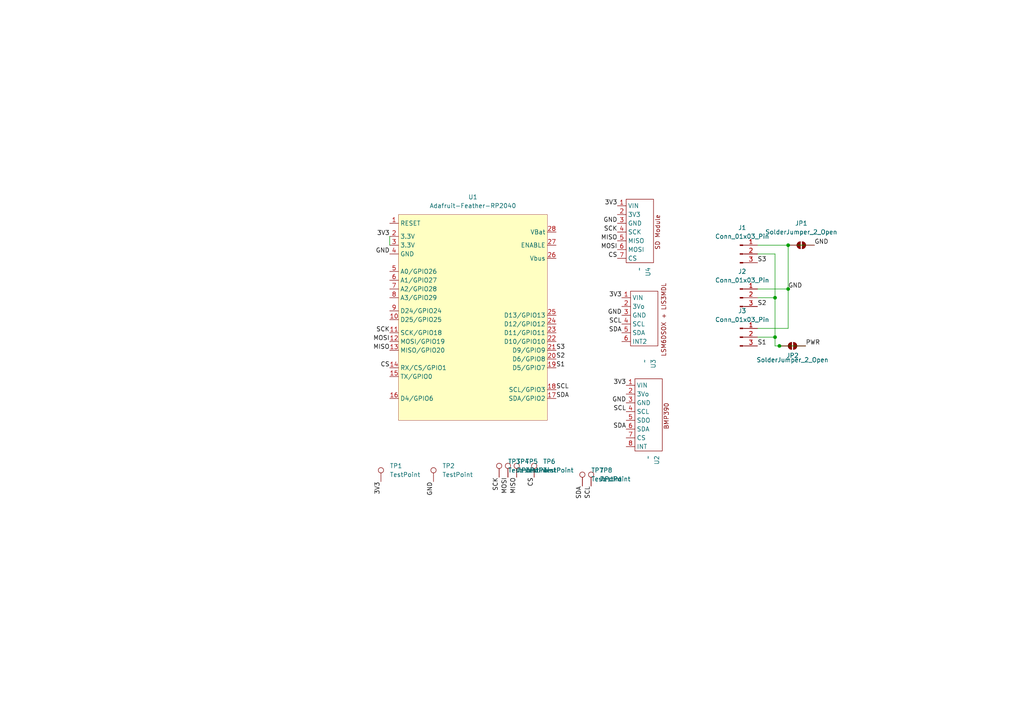
<source format=kicad_sch>
(kicad_sch (version 20250114) (generator "eeschema") (generator_version "9.0")
  (paper "A4")
  (lib_symbols
    (symbol "Adafruit-Feather-RP2040:Adafruit-Feather-RP2040"
      (property "Reference" "U" (at -0.127 33.528 0))
      (property "Value" "Adafruit-Feather-RP2040" (at 0 31.75 0))
      (symbol "Adafruit-Feather-RP2040_0_1"
        (rectangle (start -21.59 30.48) (end 21.59 -29.21) (stroke (width 0.001)) (fill (type background)))
      )
      (symbol "Adafruit-Feather-RP2040_1_1"
        (pin input line (at -24.13 27.94 0) (length 2.54) (name "RESET") (number "1"))
        (pin power_out line (at -24.13 24.13 0) (length 2.54) (name "3.3V") (number "2"))
        (pin power_out line (at -24.13 21.59 0) (length 2.54) (name "3.3V") (number "3"))
        (pin power_out line (at -24.13 19.05 0) (length 2.54) (name "GND") (number "4"))
        (pin bidirectional line (at -24.13 13.97 0) (length 2.54) (name "A0/GPIO26") (number "5"))
        (pin bidirectional line (at -24.13 11.43 0) (length 2.54) (name "A1/GPIO27") (number "6"))
        (pin bidirectional line (at -24.13 8.89 0) (length 2.54) (name "A2/GPIO28") (number "7"))
        (pin bidirectional line (at -24.13 6.35 0) (length 2.54) (name "A3/GPIO29") (number "8"))
        (pin bidirectional line (at -24.13 2.54 0) (length 2.54) (name "D24/GPIO24") (number "9"))
        (pin bidirectional line (at -24.13 0 0) (length 2.54) (name "D25/GPIO25") (number "10"))
        (pin bidirectional line (at -24.13 -3.81 0) (length 2.54) (name "SCK/GPIO18") (number "11"))
        (pin bidirectional line (at -24.13 -6.35 0) (length 2.54) (name "MOSI/GPIO19") (number "12"))
        (pin bidirectional line (at -24.13 -8.89 0) (length 2.54) (name "MISO/GPIO20") (number "13"))
        (pin bidirectional line (at -24.13 -13.97 0) (length 2.54) (name "RX/CS/GPIO1") (number "14"))
        (pin bidirectional line (at -24.13 -16.51 0) (length 2.54) (name "TX/GPIO0") (number "15"))
        (pin bidirectional line (at -24.13 -22.86 0) (length 2.54) (name "D4/GPIO6") (number "16"))
        (pin input line (at 24.13 25.4 180) (length 2.54) (name "VBat") (number "28"))
        (pin input line (at 24.13 21.59 180) (length 2.54) (name "ENABLE") (number "27"))
        (pin power_out line (at 24.13 17.78 180) (length 2.54) (name "Vbus") (number "26"))
        (pin bidirectional line (at 24.13 1.27 180) (length 2.54) (name "D13/GPIO13") (number "25"))
        (pin bidirectional line (at 24.13 -1.27 180) (length 2.54) (name "D12/GPIO12") (number "24"))
        (pin bidirectional line (at 24.13 -3.81 180) (length 2.54) (name "D11/GPIO11") (number "23"))
        (pin bidirectional line (at 24.13 -6.35 180) (length 2.54) (name "D10/GPIO10") (number "22"))
        (pin bidirectional line (at 24.13 -8.89 180) (length 2.54) (name "D9/GPIO9") (number "21"))
        (pin bidirectional line (at 24.13 -11.43 180) (length 2.54) (name "D6/GPIO8") (number "20"))
        (pin bidirectional line (at 24.13 -13.97 180) (length 2.54) (name "D5/GPIO7") (number "19"))
        (pin bidirectional line (at 24.13 -20.32 180) (length 2.54) (name "SCL/GPIO3") (number "18"))
        (pin bidirectional line (at 24.13 -22.86 180) (length 2.54) (name "SDA/GPIO2") (number "17"))
      )
    )
    (symbol "Baichuan:BMP390"
      (property "Reference" "U" (at 0 7.62 0))
      (symbol "BMP390_0_1"
        (rectangle (start -10.795 4.1275) (end 10.16 -3.8099))
      )
      (symbol "BMP390_1_1"
        (text "BMP390\n" (at 0 5.334 0) (effects (font (size 1.27 1.27))))
        (pin input line (at -8.89 -6.35 90) (length 2.54) (name "VIN") (number "1"))
        (pin input line (at -6.35 -6.35 90) (length 2.54) (name "3Vo") (number "2"))
        (pin input line (at -3.81 -6.35 90) (length 2.54) (name "GND") (number "3"))
        (pin input line (at -1.27 -6.35 90) (length 2.54) (name "SCL") (number "4"))
        (pin input line (at 1.27 -6.35 90) (length 2.54) (name "SDO") (number "5"))
        (pin input line (at 3.81 -6.35 90) (length 2.54) (name "SDA") (number "6"))
        (pin input line (at 6.35 -6.35 90) (length 2.54) (name "CS") (number "7"))
        (pin input line (at 8.89 -6.35 90) (length 2.54) (name "INT") (number "8"))
      )
    )
    (symbol "Baichuan:LSM6DSOX_+_LIS3MDL"
      (property "Reference" "U" (at 0 7.62 0))
      (symbol "LSM6DSOX_+_LIS3MDL_0_1"
        (rectangle (start -8.255 4.1275) (end 7.62 -3.8099))
      )
      (symbol "LSM6DSOX_+_LIS3MDL_1_1"
        (text "LSM6DSOX + LIS3MDL" (at 0 5.842 0) (effects (font (size 1.27 1.27))))
        (pin input line (at -6.35 -6.35 90) (length 2.54) (name "VIN") (number "1"))
        (pin input line (at -3.81 -6.35 90) (length 2.54) (name "3Vo") (number "2"))
        (pin input line (at -1.27 -6.35 90) (length 2.54) (name "GND") (number "3"))
        (pin input line (at 1.27 -6.35 90) (length 2.54) (name "SCL") (number "4"))
        (pin input line (at 3.81 -6.35 90) (length 2.54) (name "SDA") (number "5"))
        (pin input line (at 6.35 -6.35 90) (length 2.54) (name "INT2") (number "6"))
      )
    )
    (symbol "Baichuan:SD_Module"
      (property "Reference" "U" (at 0 7.62 0))
      (symbol "SD_Module_0_1"
        (rectangle (start -9.525 4.1275) (end 8.89 -3.8099))
      )
      (symbol "SD_Module_1_1"
        (text "SD Module\n" (at 0 5.334 0) (effects (font (size 1.27 1.27))))
        (pin input line (at -7.62 -6.35 90) (length 2.54) (name "VIN") (number "1"))
        (pin input line (at -5.08 -6.35 90) (length 2.54) (name "3V3") (number "2"))
        (pin input line (at -2.54 -6.35 90) (length 2.54) (name "GND") (number "3"))
        (pin input line (at 0 -6.35 90) (length 2.54) (name "SCK") (number "4"))
        (pin input line (at 2.54 -6.35 90) (length 2.54) (name "MISO") (number "5"))
        (pin input line (at 5.08 -6.35 90) (length 2.54) (name "MOSI") (number "6"))
        (pin input line (at 7.62 -6.35 90) (length 2.54) (name "CS") (number "7"))
      )
    )
    (symbol "Connector:Conn_01x03_Pin" (pin_names (offset 1.016) (hide yes))
      (property "Reference" "J" (at 0 5.08 0))
      (property "Value" "Conn_01x03_Pin" (at 0 -5.08 0))
      (symbol "Conn_01x03_Pin_1_1"
        (rectangle (start 0.8636 2.667) (end 0 2.413) (stroke (width 0.1524)) (fill (type outline)))
        (rectangle (start 0.8636 0.127) (end 0 -0.127) (stroke (width 0.1524)) (fill (type outline)))
        (rectangle (start 0.8636 -2.413) (end 0 -2.667) (stroke (width 0.1524)) (fill (type outline)))
        (polyline (pts (xy 1.27 2.54) (xy 0.8636 2.54)) (stroke (width 0.1524)))
        (polyline (pts (xy 1.27 0) (xy 0.8636 0)) (stroke (width 0.1524)))
        (polyline (pts (xy 1.27 -2.54) (xy 0.8636 -2.54)) (stroke (width 0.1524)))
        (pin passive line (at 5.08 2.54 180) (length 3.81) (name "Pin_1") (number "1"))
        (pin passive line (at 5.08 0 180) (length 3.81) (name "Pin_2") (number "2"))
        (pin passive line (at 5.08 -2.54 180) (length 3.81) (name "Pin_3") (number "3"))
      )
    )
    (symbol "Connector:TestPoint" (pin_numbers (hide yes)) (pin_names (offset 0.762) (hide yes))
      (property "Reference" "TP" (at 0 6.858 0))
      (property "Value" "TestPoint" (at 0 5.08 0))
      (symbol "TestPoint_0_1"
        (circle (center 0 3.302) (radius 0.762))
      )
      (symbol "TestPoint_1_1"
        (pin passive line (at 0 0 90) (length 2.54) (name "1") (number "1"))
      )
    )
    (symbol "Jumper:SolderJumper_2_Open" (pin_numbers (hide yes)) (pin_names (offset 0) (hide yes)) (in_bom no)
      (property "Reference" "JP" (at 0 2.032 0))
      (property "Value" "SolderJumper_2_Open" (at 0 -2.54 0))
      (symbol "SolderJumper_2_Open_0_1"
        (polyline (pts (xy -0.254 1.016) (xy -0.254 -1.016)))
        (arc (start -0.254 -1.016) (mid -1.2656 0) (end -0.254 1.016))
        (arc (start -0.254 -1.016) (mid -1.2656 0) (end -0.254 1.016) (fill (type outline)))
        (arc (start 0.254 1.016) (mid 1.2656 0) (end 0.254 -1.016))
        (arc (start 0.254 1.016) (mid 1.2656 0) (end 0.254 -1.016) (fill (type outline)))
        (polyline (pts (xy 0.254 1.016) (xy 0.254 -1.016)))
      )
      (symbol "SolderJumper_2_Open_1_1"
        (pin passive line (at -3.81 0 0) (length 2.54) (name "A") (number "1"))
        (pin passive line (at 3.81 0 180) (length 2.54) (name "B") (number "2"))
      )
    )
  )
  (junction (at 226.06 100.33))
  (junction (at 224.79 86.36))
  (junction (at 228.6 71.12))
  (junction (at 224.79 97.79))
  (junction (at 228.6 83.82))
  (wire (pts (xy 228.6 71.12) (xy 228.6 83.82)))
  (wire (pts (xy 219.71 97.79) (xy 224.79 97.79)))
  (wire (pts (xy 224.79 86.36) (xy 224.79 97.79)))
  (wire (pts (xy 228.6 71.12) (xy 236.22 71.12)))
  (wire (pts (xy 219.71 71.12) (xy 228.6 71.12)))
  (wire (pts (xy 219.71 73.66) (xy 224.79 73.66)))
  (wire (pts (xy 219.71 86.36) (xy 224.79 86.36)))
  (wire (pts (xy 219.71 83.82) (xy 228.6 83.82)))
  (wire (pts (xy 226.06 100.33) (xy 233.68 100.33)))
  (wire (pts (xy 224.79 100.33) (xy 226.06 100.33)))
  (wire (pts (xy 224.79 97.79) (xy 224.79 100.33)))
  (wire (pts (xy 219.71 95.25) (xy 228.6 95.25)))
  (wire (pts (xy 228.6 83.82) (xy 228.6 95.25)))
  (wire (pts (xy 224.79 73.66) (xy 224.79 86.36)))
  (wire (pts (xy 113.03 68.58) (xy 113.03 71.12)))
  (label "SCL" (at 180.34 93.98 180))
  (label "MOSI" (at 147.32 138.43 270))
  (label "GND" (at 181.61 116.84 180))
  (label "SCK" (at 144.78 138.43 270))
  (label "S3" (at 219.71 76.2 0))
  (label "S1" (at 219.71 100.33 0))
  (label "3V3" (at 113.03 68.58 180))
  (label "MOSI" (at 113.03 99.06 180))
  (label "GND" (at 179.07 64.77 180))
  (label "MISO" (at 179.07 69.85 180))
  (label "GND" (at 180.34 91.44 180))
  (label "GND" (at 228.6 83.82 0))
  (label "CS" (at 179.07 74.93 180))
  (label "PWR" (at 233.68 100.33 0))
  (label "MISO" (at 113.03 101.6 180))
  (label "GND" (at 113.03 73.66 180))
  (label "CS" (at 113.03 106.68 180))
  (label "SCL" (at 181.61 119.38 180))
  (label "GND" (at 125.73 139.7 270))
  (label "3V3" (at 179.07 59.69 180))
  (label "SCL" (at 171.45 140.97 270))
  (label "CS" (at 154.94 138.43 270))
  (label "SDA" (at 181.61 124.46 180))
  (label "SDA" (at 180.34 96.52 180))
  (label "SCK" (at 179.07 67.31 180))
  (label "S2" (at 219.71 88.9 0))
  (label "S3" (at 161.29 101.6 0))
  (label "SDA" (at 168.91 140.97 270))
  (label "GND" (at 236.22 71.12 0))
  (label "SCK" (at 113.03 96.52 180))
  (label "3V3" (at 110.49 139.7 270))
  (label "SCL" (at 161.29 113.03 0))
  (label "3V3" (at 181.61 111.76 180))
  (label "3V3" (at 180.34 86.36 180))
  (label "S1" (at 161.29 106.68 0))
  (label "MOSI" (at 179.07 72.39 180))
  (label "MISO" (at 149.86 138.43 270))
  (label "SDA" (at 161.29 115.57 0))
  (label "S2" (at 161.29 104.14 0))
  (symbol (lib_id "Connector:TestPoint") (at 171.45 140.97 0) (unit 1)
    (property "Reference" "TP8" (at 173.99 136.3979 0) (effects (justify left)))
    (property "Value" "TestPoint" (at 173.99 138.9379 0) (effects (justify left)))
    (property "Footprint" "TestPoint:TestPoint_Pad_D1.5mm" (effects (hide yes)))
    (property "Description" "test point" (effects (hide yes)))
  )
  (symbol (lib_id "Connector:TestPoint") (at 125.73 139.7 0) (unit 1)
    (property "Reference" "TP2" (at 128.27 135.1279 0) (effects (justify left)))
    (property "Value" "TestPoint" (at 128.27 137.6679 0) (effects (justify left)))
    (property "Footprint" "TestPoint:TestPoint_Pad_D1.5mm" (effects (hide yes)))
    (property "Description" "test point" (effects (hide yes)))
  )
  (symbol (lib_id "Baichuan:BMP390") (at 187.96 120.65 270) (unit 1)
    (property "Reference" "U2" (at 190.5029 132.08 0) (effects (justify left)))
    (property "Value" "~" (at 187.9629 132.08 0) (effects (justify left)))
    (property "Footprint" "Baichuan:BMP390" (effects (hide yes)))
  )
  (symbol (lib_id "Connector:Conn_01x03_Pin") (at 214.63 73.66 0) (unit 1)
    (property "Reference" "J1" (at 215.265 66.04 0))
    (property "Value" "Conn_01x03_Pin" (at 215.265 68.58 0))
    (property "Footprint" "Connector_PinHeader_2.54mm:PinHeader_1x03_P2.54mm_Vertical" (effects (hide yes)))
    (property "Description" "Generic connector, single row, 01x03, script generated" (effects (hide yes)))
  )
  (symbol (lib_id "Connector:Conn_01x03_Pin") (at 214.63 97.79 0) (unit 1)
    (property "Reference" "J3" (at 215.265 90.17 0))
    (property "Value" "Conn_01x03_Pin" (at 215.265 92.71 0))
    (property "Footprint" "Connector_PinHeader_2.54mm:PinHeader_1x03_P2.54mm_Vertical" (effects (hide yes)))
    (property "Description" "Generic connector, single row, 01x03, script generated" (effects (hide yes)))
  )
  (symbol (lib_id "Jumper:SolderJumper_2_Open") (at 232.41 71.12 0) (unit 1) (in_bom no)
    (property "Reference" "JP1" (at 232.41 64.77 0))
    (property "Value" "SolderJumper_2_Open" (at 232.41 67.31 0))
    (property "Footprint" "Jumper:SolderJumper-2_P1.3mm_Open_RoundedPad1.0x1.5mm" (effects (hide yes)))
    (property "Description" "Solder Jumper, 2-pole, open" (effects (hide yes)))
  )
  (symbol (lib_id "Connector:TestPoint") (at 149.86 138.43 0) (unit 1)
    (property "Reference" "TP5" (at 152.4 133.8579 0) (effects (justify left)))
    (property "Value" "TestPoint" (at 152.4 136.3979 0) (effects (justify left)))
    (property "Footprint" "TestPoint:TestPoint_Pad_D1.5mm" (effects (hide yes)))
    (property "Description" "test point" (effects (hide yes)))
  )
  (symbol (lib_id "Adafruit-Feather-RP2040:Adafruit-Feather-RP2040") (at 137.16 92.71 0) (unit 1)
    (property "Reference" "U1" (at 137.16 57.15 0))
    (property "Value" "Adafruit-Feather-RP2040" (at 137.16 59.69 0))
    (property "Footprint" "Baichuan:Adafruit-Feather-RP2040" (effects (hide yes)))
  )
  (symbol (lib_id "Connector:TestPoint") (at 144.78 138.43 0) (unit 1)
    (property "Reference" "TP3" (at 147.32 133.8579 0) (effects (justify left)))
    (property "Value" "TestPoint" (at 147.32 136.3979 0) (effects (justify left)))
    (property "Footprint" "TestPoint:TestPoint_Pad_D1.5mm" (effects (hide yes)))
    (property "Description" "test point" (effects (hide yes)))
  )
  (symbol (lib_id "Jumper:SolderJumper_2_Open") (at 229.87 100.33 0) (unit 1) (in_bom no)
    (property "Reference" "JP2" (at 229.87 103.124 0))
    (property "Value" "SolderJumper_2_Open" (at 229.87 104.394 0))
    (property "Footprint" "Jumper:SolderJumper-2_P1.3mm_Open_RoundedPad1.0x1.5mm" (effects (hide yes)))
    (property "Description" "Solder Jumper, 2-pole, open" (effects (hide yes)))
  )
  (symbol (lib_id "Connector:TestPoint") (at 110.49 139.7 0) (unit 1)
    (property "Reference" "TP1" (at 113.03 135.1279 0) (effects (justify left)))
    (property "Value" "TestPoint" (at 113.03 137.6679 0) (effects (justify left)))
    (property "Footprint" "TestPoint:TestPoint_Pad_D1.5mm" (effects (hide yes)))
    (property "Description" "test point" (effects (hide yes)))
  )
  (symbol (lib_id "Connector:TestPoint") (at 154.94 138.43 0) (unit 1)
    (property "Reference" "TP6" (at 157.48 133.8579 0) (effects (justify left)))
    (property "Value" "TestPoint" (at 157.48 136.3979 0) (effects (justify left)))
    (property "Footprint" "TestPoint:TestPoint_Pad_D1.5mm" (effects (hide yes)))
    (property "Description" "test point" (effects (hide yes)))
  )
  (symbol (lib_id "Connector:TestPoint") (at 147.32 138.43 0) (unit 1)
    (property "Reference" "TP4" (at 149.86 133.8579 0) (effects (justify left)))
    (property "Value" "TestPoint" (at 149.86 136.3979 0) (effects (justify left)))
    (property "Footprint" "TestPoint:TestPoint_Pad_D1.5mm" (effects (hide yes)))
    (property "Description" "test point" (effects (hide yes)))
  )
  (symbol (lib_id "Connector:TestPoint") (at 168.91 140.97 0) (unit 1)
    (property "Reference" "TP7" (at 171.45 136.3979 0) (effects (justify left)))
    (property "Value" "TestPoint" (at 171.45 138.9379 0) (effects (justify left)))
    (property "Footprint" "TestPoint:TestPoint_Pad_D1.5mm" (effects (hide yes)))
    (property "Description" "test point" (effects (hide yes)))
  )
  (symbol (lib_id "Baichuan:LSM6DSOX_+_LIS3MDL") (at 186.69 92.71 270) (unit 1)
    (property "Reference" "U3" (at 189.4869 104.14 0) (effects (justify left)))
    (property "Value" "~" (at 186.9469 104.14 0) (effects (justify left)))
    (property "Footprint" "Baichuan:LSM6DSOX + LIS3MDL" (effects (hide yes)))
  )
  (symbol (lib_id "Connector:Conn_01x03_Pin") (at 214.63 86.36 0) (unit 1)
    (property "Reference" "J2" (at 215.265 78.74 0))
    (property "Value" "Conn_01x03_Pin" (at 215.265 81.28 0))
    (property "Footprint" "Connector_PinHeader_2.54mm:PinHeader_1x03_P2.54mm_Vertical" (effects (hide yes)))
    (property "Description" "Generic connector, single row, 01x03, script generated" (effects (hide yes)))
  )
  (symbol (lib_id "Baichuan:SD_Module") (at 185.42 67.31 270) (unit 1)
    (property "Reference" "U4" (at 187.9629 77.47 0) (effects (justify left)))
    (property "Value" "~" (at 185.4229 77.47 0) (effects (justify left)))
    (property "Footprint" "Baichuan:SD Breakout" (effects (hide yes)))
  )
)
</source>
